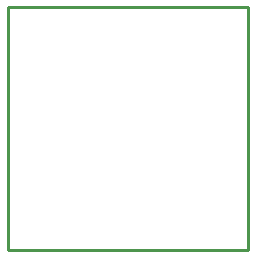
<source format=gbo>
*
*
G04 PADS 9.3.1 Build Number: 456998 generated Gerber (RS-274-X) file*
G04 PC Version=2.1*
*
%IN "Dechorionator.pcb"*%
*
%MOIN*%
*
%FSLAX35Y35*%
*
*
*
*
G04 PC Standard Apertures*
*
*
G04 Thermal Relief Aperture macro.*
%AMTER*
1,1,$1,0,0*
1,0,$1-$2,0,0*
21,0,$3,$4,0,0,45*
21,0,$3,$4,0,0,135*
%
*
*
G04 Annular Aperture macro.*
%AMANN*
1,1,$1,0,0*
1,0,$2,0,0*
%
*
*
G04 Odd Aperture macro.*
%AMODD*
1,1,$1,0,0*
1,0,$1-0.005,0,0*
%
*
*
G04 PC Custom Aperture Macros*
*
*
*
*
*
*
G04 PC Aperture Table*
*
%ADD010C,0.001*%
%ADD011C,0.01*%
*
*
*
*
G04 PC Circuitry*
G04 Layer Name Dechorionator.pcb - circuitry*
%LPD*%
*
*
G04 PC Custom Flashes*
G04 Layer Name Dechorionator.pcb - flashes*
%LPD*%
*
*
G04 PC Circuitry*
G04 Layer Name Dechorionator.pcb - circuitry*
%LPD*%
*
G54D10*
G54D11*
G01X147500Y141500D02*
X67500D01*
Y222500*
X147500*
Y141500*
X0Y0D02*
M02*

</source>
